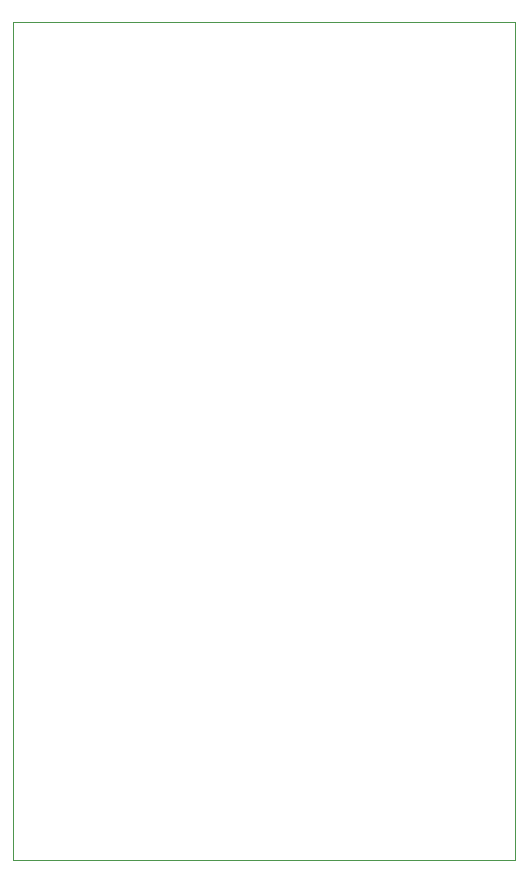
<source format=gbr>
%TF.GenerationSoftware,KiCad,Pcbnew,(6.0.7)*%
%TF.CreationDate,2022-11-21T13:24:11-08:00*%
%TF.ProjectId,WaterTopper,57617465-7254-46f7-9070-65722e6b6963,rev?*%
%TF.SameCoordinates,Original*%
%TF.FileFunction,Profile,NP*%
%FSLAX46Y46*%
G04 Gerber Fmt 4.6, Leading zero omitted, Abs format (unit mm)*
G04 Created by KiCad (PCBNEW (6.0.7)) date 2022-11-21 13:24:11*
%MOMM*%
%LPD*%
G01*
G04 APERTURE LIST*
%TA.AperFunction,Profile*%
%ADD10C,0.100000*%
%TD*%
G04 APERTURE END LIST*
D10*
X128250000Y-126000000D02*
X170750000Y-126000000D01*
X128250000Y-55000000D02*
X170750000Y-55000000D01*
X128250000Y-55000000D02*
X128250000Y-126000000D01*
X170750000Y-55000000D02*
X170750000Y-126000000D01*
M02*

</source>
